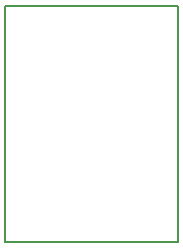
<source format=gm1>
%FSLAX24Y24*%
%MOIN*%
G70*
G01*
G75*
G04 Layer_Color=16711935*
%ADD10C,0.0080*%
%ADD11R,0.0200X0.0250*%
%ADD12R,0.0250X0.0200*%
%ADD13R,0.0472X0.0433*%
%ADD14R,0.0110X0.0354*%
%ADD15R,0.0354X0.0110*%
%ADD16R,0.0354X0.0110*%
%ADD17R,0.0591X0.0512*%
%ADD18C,0.0100*%
%ADD19C,0.0300*%
%ADD20C,0.0060*%
%ADD21R,0.0510X0.0300*%
%ADD22C,0.0320*%
%ADD23C,0.0050*%
%ADD24C,0.0043*%
%ADD25R,0.0280X0.0330*%
%ADD26R,0.0330X0.0280*%
%ADD27R,0.0552X0.0513*%
%ADD28R,0.0190X0.0434*%
%ADD29R,0.0434X0.0190*%
%ADD30R,0.0434X0.0190*%
%ADD31R,0.0671X0.0592*%
D20*
X2380Y11740D02*
X8150Y11740D01*
X2380Y3880D02*
X2380Y11740D01*
X2380Y3880D02*
X8150Y3880D01*
X8150Y11740D01*
M02*

</source>
